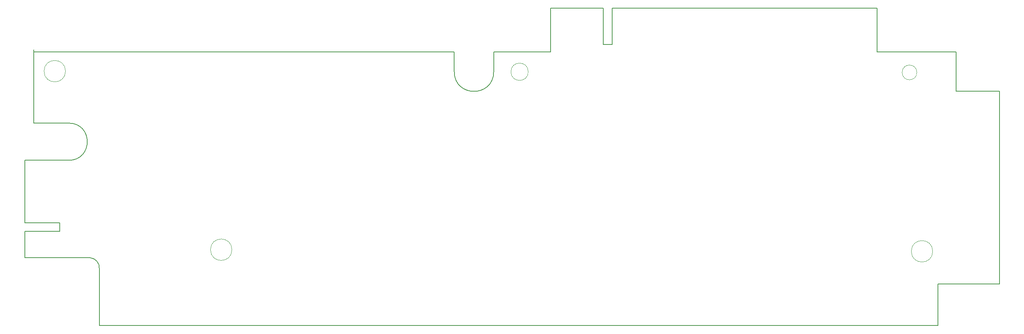
<source format=gm1>
%TF.GenerationSoftware,KiCad,Pcbnew,7.0.8*%
%TF.CreationDate,2023-10-30T18:51:19+00:00*%
%TF.ProjectId,Interface 1 Recreated,496e7465-7266-4616-9365-203120526563,rev?*%
%TF.SameCoordinates,Original*%
%TF.FileFunction,Profile,NP*%
%FSLAX46Y46*%
G04 Gerber Fmt 4.6, Leading zero omitted, Abs format (unit mm)*
G04 Created by KiCad (PCBNEW 7.0.8) date 2023-10-30 18:51:19*
%MOMM*%
%LPD*%
G01*
G04 APERTURE LIST*
%TA.AperFunction,Profile*%
%ADD10C,0.200000*%
%TD*%
%TA.AperFunction,Profile*%
%ADD11C,0.100000*%
%TD*%
G04 APERTURE END LIST*
D10*
X141000000Y-67000000D02*
X141000000Y-71500000D01*
D11*
X250186020Y-112531525D02*
G75*
G03*
X250186020Y-112531525I-2447120J0D01*
G01*
D10*
X251400000Y-120000000D02*
X265400000Y-120000000D01*
X251400000Y-120000000D02*
X251400000Y-129500000D01*
X237500000Y-57000000D02*
X177000000Y-57000000D01*
X45000000Y-66500000D02*
X45000000Y-83250000D01*
X60000000Y-129500000D02*
X251400000Y-129500000D01*
X51000000Y-108000000D02*
X43000000Y-108000000D01*
D11*
X90261270Y-112169575D02*
G75*
G03*
X90261270Y-112169575I-2447120J0D01*
G01*
D10*
X255500000Y-67000000D02*
X237500000Y-67000000D01*
X265400000Y-76000000D02*
X255500000Y-76000000D01*
D11*
X246563530Y-71673070D02*
G75*
G03*
X246563530Y-71673070I-1681944J0D01*
G01*
D10*
X43000000Y-108000000D02*
X43000000Y-114000000D01*
X163000000Y-67000000D02*
X150000000Y-67000000D01*
X60000000Y-116500000D02*
G75*
G03*
X57900000Y-114000000I-2300000J200000D01*
G01*
X255500000Y-67000000D02*
X255500000Y-76000000D01*
D11*
X52279551Y-71383525D02*
G75*
G03*
X52279551Y-71383525I-2447120J0D01*
G01*
D10*
X141000000Y-71500000D02*
G75*
G03*
X150000000Y-71500000I4500000J4D01*
G01*
X60000000Y-116500000D02*
X60000000Y-129500000D01*
X177000000Y-65300000D02*
X175000000Y-65300000D01*
X177000000Y-57000000D02*
X177000000Y-65300000D01*
D11*
X157880969Y-71523225D02*
G75*
G03*
X157880969Y-71523225I-1978944J0D01*
G01*
D10*
X53000000Y-91750000D02*
X43000000Y-91750000D01*
X53000000Y-83250000D02*
X45000000Y-83250000D01*
X141000000Y-67000000D02*
X45000000Y-67000000D01*
X175000000Y-65300000D02*
X175000000Y-57000000D01*
X265400000Y-120000000D02*
X265400000Y-76000000D01*
X43000000Y-91750000D02*
X43000000Y-106000000D01*
X237500000Y-67000000D02*
X237500000Y-57000000D01*
X150000000Y-67000000D02*
X150000000Y-71500000D01*
X163000000Y-57000000D02*
X163000000Y-67000000D01*
X175000000Y-57000000D02*
X163000000Y-57000000D01*
X43000000Y-114000000D02*
X57900000Y-114000000D01*
X51000000Y-106000000D02*
X51000000Y-108000000D01*
X53000000Y-91750000D02*
G75*
G03*
X53000000Y-83250000I0J4250000D01*
G01*
X43000000Y-106000000D02*
X51000000Y-106000000D01*
M02*

</source>
